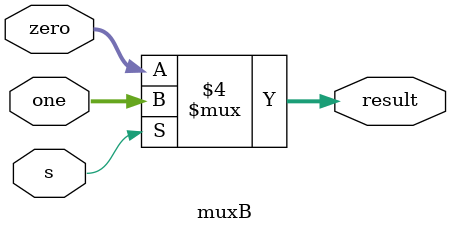
<source format=v>
module muxB (output reg [4:0] result, input s, input [4:0] zero, one);

  always @(s,zero, one)
    if (s == 0) begin
      result = zero;
    end else begin
      result = one;
    end
endmodule
</source>
